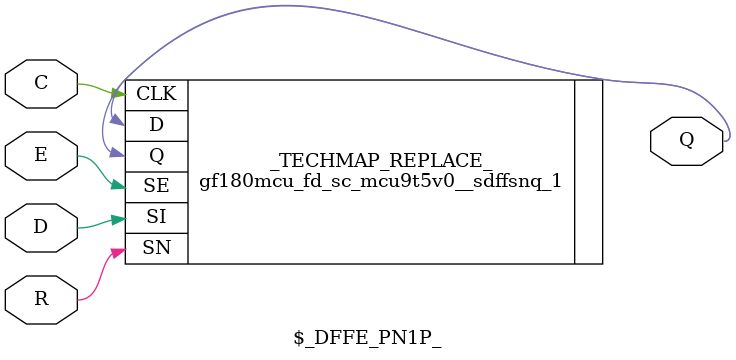
<source format=v>

module \$_DFFE_PP_ (
	input  D,
	input  C,
	input  E,
	output Q
);
	gf180mcu_fd_sc_mcu9t5v0__sdffq_1 _TECHMAP_REPLACE_ (
		.CLK (C),
		.SI  (D),
		.SE  (E),
		.D   (Q),
		.Q   (Q)
	);

endmodule

// Posedge flop with negative async reset and positive enable
module \$_DFFE_PN0P_ (
	input  D,
	input  C,
	input  R,
	input  E,
	output Q
);
	gf180mcu_fd_sc_mcu9t5v0__sdffrnq_1 _TECHMAP_REPLACE_ (
		.CLK (C),
		.RN  (R),
		.SI  (D),
		.SE  (E),
		.D   (Q),
		.Q   (Q)
	);

endmodule

// Posedge flop with negative async preset and positive enable
module \$_DFFE_PN1P_ (
	input  D,
	input  C,
	input  R,
	input  E,
	output Q
);
	gf180mcu_fd_sc_mcu9t5v0__sdffsnq_1 _TECHMAP_REPLACE_ (
		.CLK (C),
		.SN  (R),
		.SI  (D),
		.SE  (E),
		.D   (Q),
		.Q   (Q)
	);

endmodule

</source>
